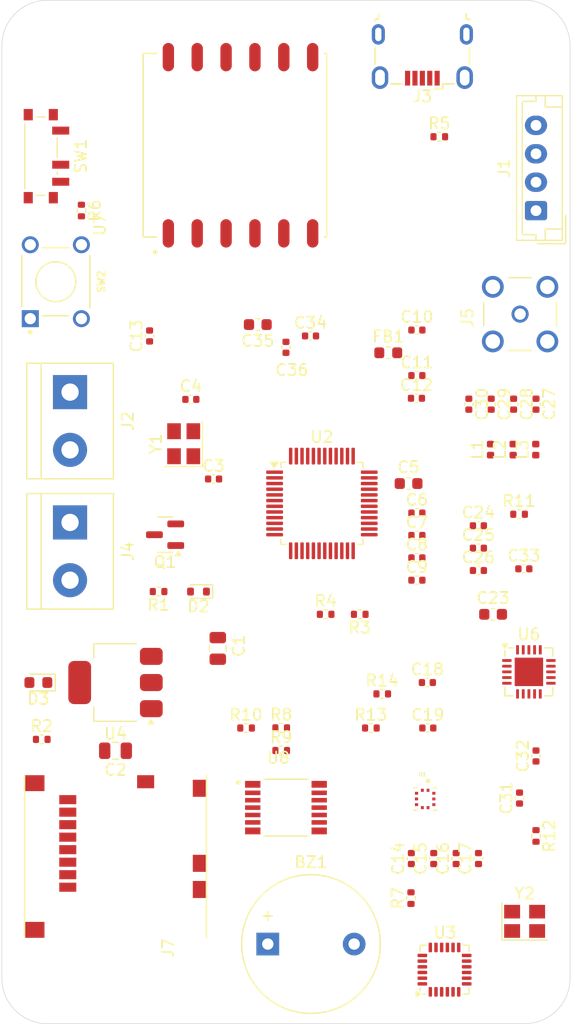
<source format=kicad_pcb>
(kicad_pcb (version 20240108) (generator "pcbnew") (generator_version "8.0")
  (layers (0 "F.Cu" signal) (31 "B.Cu" signal) (34 "B.Paste" user) (35 "F.Paste" user) (36 "B.SilkS" user "B.Silkscreen") (37 "F.SilkS" user "F.Silkscreen") (38 "B.Mask" user) (39 "F.Mask" user) (44 "Edge.Cuts" user))
  (net 0 "")
  (net 1 "Net-(BZ1--)")
  (net 2 "BUZZER")
  (net 3 "GND")
  (net 4 "VDC")
  (net 5 "+3.3V")
  (net 6 "HSE_IN")
  (net 7 "HSE_OUT")
  (net 8 "+3.3VA")
  (net 9 "Net-(C12-Pad1)")
  (net 10 "NRST")
  (net 11 "Net-(U3-REGOUT)")
  (net 12 "Net-(U3-CPOUT)")
  (net 13 "Net-(C23-Pad2)")
  (net 14 "+3V3")
  (net 15 "VDD_PA")
  (net 16 "Net-(C29-Pad2)")
  (net 17 "RF_XC2")
  (net 18 "RF_XC1")
  (net 19 "Net-(U6-DVDD)")
  (net 20 "Net-(D2-A)")
  (net 21 "Net-(D3-A)")
  (net 22 "SWDIO")
  (net 24 "SWCLK")
  (net 25 "Net-(C29-Pad1)")
  (net 26 "PWM_OUTPUT")
  (net 27 "USB_D-")
  (net 33 "USB_D+")
  (net 34 "VBUS")
  (net 35 "Net-(J4-Pin_2)")
  (net 36 "ANT1")
  (net 37 "ANT2")
  (net 38 "I2C2_SDA1")
  (net 39 "I2C2_SCL1")
  (net 40 "BOOT0")
  (net 41 "Net-(SW1-B)")
  (net 42 "Net-(R8-Pad1)")
  (net 43 "SPI1_CS")
  (net 44 "SPI1_MISO")
  (net 45 "Net-(R9-Pad1)")
  (net 46 "Net-(R10-Pad1)")
  (net 47 "SPI1_SCK")
  (net 48 "Net-(U6-IREF)")
  (net 51 "USART1_TX")
  (net 54 "RF_IQR")
  (net 56 "SPI1_CD")
  (net 59 "SPI2_CS")
  (net 62 "RF_CE")
  (net 64 "SPI1_MOSI")
  (net 66 "SPI2_MOSI")
  (net 69 "SPI2_SCK")
  (net 71 "SPI2_MISO")
  (net 74 "USART1_RX")
  (net 96 "Net-(J7-CD{slash}DAT3)")
  (net 98 "Net-(J7-CMD)")
  (net 99 "Net-(J7-CLK)")
  (footprint "Diode_SMD:D_SOD-523" (layer "F.Cu") (at 121.3 101 180)
    (property "Reference" "D2" (at 0 -1.3 180) (layer "F.SilkS"))
    (property "Value" "D_Schottky_Small")
    (pad "1" smd roundrect (at -0.7 0) (size 0.6 0.7) (layers "F.Cu" "F.Paste" "F.Mask") (net 4 "VDC"))
    (pad "2" smd roundrect (at 0.7 0) (size 0.6 0.7) (layers "F.Cu" "F.Paste" "F.Mask") (net 20 "Net-(D2-A)"))
  )
  (footprint "Capacitor_SMD:C_0805_2012Metric" (layer "F.Cu") (at 123 106 -90)
    (property "Reference" "C1" (at -0.22 -1.85 90) (layer "F.SilkS"))
    (property "Value" "22u")
    (pad "1" smd roundrect (at -0.95 0 270) (size 1 1.45) (layers "F.Cu" "F.Paste" "F.Mask") (net 4 "VDC"))
    (pad "2" smd roundrect (at 0.95 0 270) (size 1 1.45) (layers "F.Cu" "F.Paste" "F.Mask") (net 3 "GND"))
  )
  (footprint "Resistor_SMD:R_0402_1005Metric" (layer "F.Cu") (at 149.51 94.2)
    (property "Reference" "R11" (at 0 -1.17 0) (layer "F.SilkS"))
    (property "Value" "22k")
    (pad "1" smd roundrect (at -0.51 0) (size 0.54 0.64) (layers "F.Cu" "F.Paste" "F.Mask") (net 48 "Net-(U6-IREF)"))
    (pad "2" smd roundrect (at 0.51 0) (size 0.54 0.64) (layers "F.Cu" "F.Paste" "F.Mask") (net 3 "GND"))
  )
  (footprint "Inductor_SMD:L_0402_1005Metric" (layer "F.Cu") (at 148.99 88.515 90)
    (property "Reference" "L2" (at 0 -1.17 -90) (layer "F.SilkS"))
    (property "Value" "3n9")
    (pad "1" smd roundrect (at -0.485 0 90) (size 0.59 0.64) (layers "F.Cu" "F.Paste" "F.Mask") (net 37 "ANT2"))
    (pad "2" smd roundrect (at 0.485 0 90) (size 0.59 0.64) (layers "F.Cu" "F.Paste" "F.Mask") (net 16 "Net-(C29-Pad2)"))
  )
  (footprint "Capacitor_SMD:C_0805_2012Metric" (layer "F.Cu") (at 114 115 180)
    (property "Reference" "C2" (at 0 -1.68 180) (layer "F.SilkS"))
    (property "Value" "22u")
    (pad "1" smd roundrect (at -0.95 0 180) (size 1 1.45) (layers "F.Cu" "F.Paste" "F.Mask") (net 5 "+3.3V"))
    (pad "2" smd roundrect (at 0.95 0 180) (size 1 1.45) (layers "F.Cu" "F.Paste" "F.Mask") (net 3 "GND"))
  )
  (footprint "Capacitor_SMD:C_0402_1005Metric" (layer "F.Cu") (at 140.52 94.09)
    (property "Reference" "C6" (at 0 -1.16 0) (layer "F.SilkS"))
    (property "Value" "100n")
    (pad "1" smd roundrect (at -0.48 0) (size 0.56 0.62) (layers "F.Cu" "F.Paste" "F.Mask") (net 5 "+3.3V"))
    (pad "2" smd roundrect (at 0.48 0) (size 0.56 0.62) (layers "F.Cu" "F.Paste" "F.Mask") (net 3 "GND"))
  )
  (footprint "Resistor_SMD:R_0402_1005Metric" (layer "F.Cu") (at 117.79 101 180)
    (property "Reference" "R1" (at 0 -1.17 180) (layer "F.SilkS"))
    (property "Value" "100k")
    (pad "1" smd roundrect (at -0.51 0 180) (size 0.54 0.64) (layers "F.Cu" "F.Paste" "F.Mask") (net 20 "Net-(D2-A)"))
    (pad "2" smd roundrect (at 0.51 0 180) (size 0.54 0.64) (layers "F.Cu" "F.Paste" "F.Mask") (net 3 "GND"))
  )
  (footprint "Resistor_SMD:R_0402_1005Metric" (layer "F.Cu") (at 125.49 113)
    (property "Reference" "R10" (at 0 -1.17 0) (layer "F.SilkS"))
    (property "Value" "4k7")
    (pad "1" smd roundrect (at -0.51 0) (size 0.54 0.64) (layers "F.Cu" "F.Paste" "F.Mask") (net 46 "Net-(R10-Pad1)"))
    (pad "2" smd roundrect (at 0.51 0) (size 0.54 0.64) (layers "F.Cu" "F.Paste" "F.Mask") (net 43 "SPI1_CS"))
  )
  (footprint "Button_Switch_SMD:SW_SPDT_PCM12" (layer "F.Cu") (at 107.75 62.71 -90)
    (property "Reference" "SW1" (at 0 -3.2 90) (layer "F.SilkS"))
    (property "Value" "SW_SPDT")
    (pad "" smd rect (at -3.65 -0.78 270) (size 1 0.8) (layers "F.Cu" "F.Paste" "F.Mask"))
    (pad "" smd rect (at -3.65 1.43 270) (size 1 0.8) (layers "F.Cu" "F.Paste" "F.Mask"))
    (pad "" np_thru_hole circle (at -1.5 0.33 270) (size 0.9 0.9) (drill 0.9) (layers "*.Cu" "*.Mask"))
    (pad "" np_thru_hole circle (at 1.5 0.33 270) (size 0.9 0.9) (drill 0.9) (layers "*.Cu" "*.Mask"))
    (pad "" smd rect (at 3.65 -0.78 270) (size 1 0.8) (layers "F.Cu" "F.Paste" "F.Mask"))
    (pad "" smd rect (at 3.65 1.43 270) (size 1 0.8) (layers "F.Cu" "F.Paste" "F.Mask"))
    (pad "1" smd rect (at -2.25 -1.43 270) (size 0.7 1.5) (layers "F.Cu" "F.Paste" "F.Mask") (net 3 "GND"))
    (pad "2" smd rect (at 0.75 -1.43 270) (size 0.7 1.5) (layers "F.Cu" "F.Paste" "F.Mask") (net 41 "Net-(SW1-B)"))
    (pad "3" smd rect (at 2.25 -1.43 270) (size 0.7 1.5) (layers "F.Cu" "F.Paste" "F.Mask") (net 5 "+3.3V"))
  )
  (footprint "Capacitor_SMD:C_0402_1005Metric" (layer "F.Cu") (at 149.55 119.16 90)
    (property "Reference" "C31" (at 0 -1.16 -90) (layer "F.SilkS"))
    (property "Value" "22p")
    (pad "1" smd roundrect (at -0.48 0 90) (size 0.56 0.62) (layers "F.Cu" "F.Paste" "F.Mask") (net 17 "RF_XC2"))
    (pad "2" smd roundrect (at 0.48 0 90) (size 0.56 0.62) (layers "F.Cu" "F.Paste" "F.Mask") (net 3 "GND"))
  )
  (footprint "Capacitor_SMD:C_0402_1005Metric" (layer "F.Cu") (at 151 84.52 -90)
    (property "Reference" "C27" (at 0 -1.16 90) (layer "F.SilkS"))
    (property "Value" "2n2")
    (pad "1" smd roundrect (at -0.48 0 270) (size 0.56 0.62) (layers "F.Cu" "F.Paste" "F.Mask") (net 3 "GND"))
    (pad "2" smd roundrect (at 0.48 0 270) (size 0.56 0.62) (layers "F.Cu" "F.Paste" "F.Mask") (net 15 "VDD_PA"))
  )
  (footprint "Capacitor_SMD:C_0402_1005Metric" (layer "F.Cu") (at 140.52 82)
    (property "Reference" "C11" (at 0 -1.16 0) (layer "F.SilkS"))
    (property "Value" "1u")
    (pad "1" smd roundrect (at -0.48 0) (size 0.56 0.62) (layers "F.Cu" "F.Paste" "F.Mask") (net 8 "+3.3VA"))
    (pad "2" smd roundrect (at 0.48 0) (size 0.56 0.62) (layers "F.Cu" "F.Paste" "F.Mask") (net 3 "GND"))
  )
  (footprint "Capacitor_SMD:C_0402_1005Metric" (layer "F.Cu") (at 147.06 84.52 -90)
    (property "Reference" "C29" (at 0 -1.16 90) (layer "F.SilkS"))
    (property "Value" "1p5")
    (pad "1" smd roundrect (at -0.48 0 270) (size 0.56 0.62) (layers "F.Cu" "F.Paste" "F.Mask") (net 25 "Net-(C29-Pad1)"))
    (pad "2" smd roundrect (at 0.48 0 270) (size 0.56 0.62) (layers "F.Cu" "F.Paste" "F.Mask") (net 16 "Net-(C29-Pad2)"))
  )
  (footprint "Capacitor_SMD:C_0402_1005Metric" (layer "F.Cu") (at 142 124.48 90)
    (property "Reference" "C15" (at 0 -1.16 -90) (layer "F.SilkS"))
    (property "Value" "2n2")
    (pad "1" smd roundrect (at -0.48 0 90) (size 0.56 0.62) (layers "F.Cu" "F.Paste" "F.Mask") (net 12 "Net-(U3-CPOUT)"))
    (pad "2" smd roundrect (at 0.48 0 90) (size 0.56 0.62) (layers "F.Cu" "F.Paste" "F.Mask") (net 3 "GND"))
  )
  (footprint "Capacitor_SMD:C_0402_1005Metric" (layer "F.Cu") (at 117 78.52 90)
    (property "Reference" "C13" (at 0 -1.16 -90) (layer "F.SilkS"))
    (property "Value" "100n")
    (pad "1" smd roundrect (at -0.48 0 90) (size 0.56 0.62) (layers "F.Cu" "F.Paste" "F.Mask") (net 10 "NRST"))
    (pad "2" smd roundrect (at 0.48 0 90) (size 0.56 0.62) (layers "F.Cu" "F.Paste" "F.Mask") (net 3 "GND"))
  )
  (footprint "MountingHole:MountingHole_2.2mm_M2" (layer "F.Cu") (at 150 53)
    (property "Reference" "H2" (hide yes))
    (property "Value" "MountingHole" (hide yes))
    (pad "" np_thru_hole circle (at 0 0) (size 2.2 2.2) (drill 2.2) (layers "*.Cu" "*.Mask"))
  )
  (footprint "Capacitor_SMD:C_0402_1005Metric" (layer "F.Cu") (at 140.03 124.48 90)
    (property "Reference" "C14" (at 0 -1.16 -90) (layer "F.SilkS"))
    (property "Value" "100n")
    (pad "1" smd roundrect (at -0.48 0 90) (size 0.56 0.62) (layers "F.Cu" "F.Paste" "F.Mask") (net 11 "Net-(U3-REGOUT)"))
    (pad "2" smd roundrect (at 0.48 0 90) (size 0.56 0.62) (layers "F.Cu" "F.Paste" "F.Mask") (net 3 "GND"))
  )
  (footprint "Capacitor_SMD:C_0402_1005Metric" (layer "F.Cu") (at 140.48 84)
    (property "Reference" "C12" (at 0 -1.16 0) (layer "F.SilkS"))
    (property "Value" "1u")
    (pad "1" smd roundrect (at -0.48 0) (size 0.56 0.62) (layers "F.Cu" "F.Paste" "F.Mask") (net 9 "Net-(C12-Pad1)"))
    (pad "2" smd roundrect (at 0.48 0) (size 0.56 0.62) (layers "F.Cu" "F.Paste" "F.Mask") (net 3 "GND"))
  )
  (footprint "Capacitor_SMD:C_0603_1608Metric" (layer "F.Cu") (at 126.52 77.52 180)
    (property "Reference" "C35" (at 0 -1.43 180) (layer "F.SilkS"))
    (property "Value" "10u")
    (pad "1" smd roundrect (at -0.775 0 180) (size 0.9 0.95) (layers "F.Cu" "F.Paste" "F.Mask") (net 5 "+3.3V"))
    (pad "2" smd roundrect (at 0.775 0 180) (size 0.9 0.95) (layers "F.Cu" "F.Paste" "F.Mask") (net 3 "GND"))
  )
  (footprint "Buzzer_Beeper:Buzzer_12x9.5RM7.6" (layer "F.Cu") (at 127.4 132)
    (property "Reference" "BZ1" (at 3.8 -7.2 0) (layer "F.SilkS"))
    (property "Value" "Buzzer")
    (fp_text user "+" (at -0.01 -2.54 0) (layer "F.SilkS"))
    (pad "1" thru_hole rect (at 0 0) (size 2 2) (drill 1) (layers "*.Cu" "*.Mask") (net 2 "BUZZER"))
    (pad "2" thru_hole circle (at 7.6 0) (size 2 2) (drill 1) (layers "*.Cu" "*.Mask") (net 1 "Net-(BZ1--)"))
  )
  (footprint "Capacitor_SMD:C_0402_1005Metric" (layer "F.Cu") (at 149.93 99)
    (property "Reference" "C33" (at 0 -1.16 0) (layer "F.SilkS"))
    (property "Value" "33n")
    (pad "1" smd roundrect (at -0.48 0) (size 0.56 0.62) (layers "F.Cu" "F.Paste" "F.Mask") (net 19 "Net-(U6-DVDD)"))
    (pad "2" smd roundrect (at 0.48 0) (size 0.56 0.62) (layers "F.Cu" "F.Paste" "F.Mask") (net 3 "GND"))
  )
  (footprint "Resistor_SMD:R_0402_1005Metric" (layer "F.Cu") (at 107.51 114)
    (property "Reference" "R2" (at 0 -1.17 0) (layer "F.SilkS"))
    (property "Value" "100k")
    (pad "1" smd roundrect (at -0.51 0) (size 0.54 0.64) (layers "F.Cu" "F.Paste" "F.Mask") (net 21 "Net-(D3-A)"))
    (pad "2" smd roundrect (at 0.51 0) (size 0.54 0.64) (layers "F.Cu" "F.Paste" "F.Mask") (net 3 "GND"))
  )
  (footprint "Capacitor_SMD:C_0402_1005Metric" (layer "F.Cu") (at 141.44 109)
    (property "Reference" "C18" (at 0 -1.16 0) (layer "F.SilkS"))
    (property "Value" "100n")
    (pad "1" smd roundrect (at -0.48 0) (size 0.56 0.62) (layers "F.Cu" "F.Paste" "F.Mask") (net 5 "+3.3V"))
    (pad "2" smd roundrect (at 0.48 0) (size 0.56 0.62) (layers "F.Cu" "F.Paste" "F.Mask") (net 3 "GND"))
  )
  (footprint "74LVC125APW_118:IC_74LVC125APW_118" (layer "F.Cu") (at 129 120)
    (property "Reference" "U8" (at -0.675 -4.385 0) (layer "F.SilkS"))
    (property "Value" "74LVC125")
    (pad "1" smd rect (at -2.925 -2.05) (size 1.35 0.6) (layers "F.Cu" "F.Mask") (net 3 "GND"))
    (pad "2" smd rect (at -2.925 -1.3) (size 1.35 0.4) (layers "F.Cu" "F.Mask") (net 42 "Net-(R8-Pad1)"))
    (pad "3" smd rect (at -2.925 -0.65) (size 1.35 0.4) (layers "F.Cu" "F.Mask") (net 99 "Net-(J7-CLK)"))
    (pad "4" smd rect (at -2.925 0) (size 1.35 0.4) (layers "F.Cu" "F.Mask") (net 3 "GND"))
    (pad "5" smd rect (at -2.925 0.65) (size 1.35 0.4) (layers "F.Cu" "F.Mask") (net 45 "Net-(R9-Pad1)"))
    (pad "6" smd rect (at -2.925 1.3) (size 1.35 0.4) (layers "F.Cu" "F.Mask") (net 98 "Net-(J7-CMD)"))
    (pad "7" smd rect (at -2.925 2.05) (size 1.35 0.6) (layers "F.Cu" "F.Mask") (net 3 "GND"))
    (pad "8" smd rect (at 2.925 2.05) (size 1.35 0.6) (layers "F.Cu" "F.Mask") (net 96 "Net-(J7-CD{slash}DAT3)"))
    (pad "9" smd rect (at 2.925 1.3) (size 1.35 0.4) (layers "F.Cu" "F.Mask") (net 46 "Net-(R10-Pad1)"))
    (pad "10" smd rect (at 2.925 0.65) (size 1.35 0.4) (layers "F.Cu" "F.Mask") (net 3 "GND"))
    (pad "11" smd rect (at 2.925 0) (size 1.35 0.4) (layers "F.Cu" "F.Mask"))
    (pad "12" smd rect (at 2.925 -0.65) (size 1.35 0.4) (layers "F.Cu" "F.Mask") (net 3 "GND"))
    (pad "13" smd rect (at 2.925 -1.3) (size 1.35 0.4) (layers "F.Cu" "F.Mask") (net 3 "GND"))
    (pad "14" smd rect (at 2.925 -2.05) (size 1.35 0.6) (layers "F.Cu" "F.Mask") (net 14 "+3V3"))
  )
  (footprint "SMA_CONNECTOR:LPRS_SMA_CONNECTOR" (layer "F.Cu") (at 149.6 76.6 90)
    (property "Reference" "J5" (at -0.325 -4.635 -90) (layer "F.SilkS"))
    (property "Value" "SMA_CONNECTOR")
    (pad "1" thru_hole circle (at 0 0 90) (size 1.508 1.508) (drill 1) (layers "*.Cu" "*.Mask") (net 25 "Net-(C29-Pad1)"))
    (pad "G1" thru_hole circle (at -2.4 -2.4 90) (size 1.92 1.92) (drill 1.28) (layers "*.Cu" "*.Mask") (net 3 "GND"))
    (pad "G2" thru_hole circle (at -2.4 2.4 90) (size 1.92 1.92) (drill 1.28) (layers "*.Cu" "*.Mask") (net 3 "GND"))
    (pad "G3" thru_hole circle (at 2.4 2.4 90) (size 1.92 1.92) (drill 1.28) (layers "*.Cu" "*.Mask") (net 3 "GND"))
    (pad "G4" thru_hole circle (at 2.4 -2.4 90) (size 1.92 1.92) (drill 1.28) (layers "*.Cu" "*.Mask") (net 3 "GND"))
  )
  (footprint "Capacitor_SMD:C_0402_1005Metric" (layer "F.Cu") (at 129 79.52 -90)
    (property "Reference" "C36" (at 2 -0.52 180) (layer "F.SilkS"))
    (property "Value" "100n")
    (pad "1" smd roundrect (at -0.48 0 270) (size 0.56 0.62) (layers "F.Cu" "F.Paste" "F.Mask") (net 5 "+3.3V"))
    (pad "2" smd roundrect (at 0.48 0 270) (size 0.56 0.62) (layers "F.Cu" "F.Paste" "F.Mask") (net 3 "GND"))
  )
  (footprint "Capacitor_SMD:C_0402_1005Metric" (layer "F.Cu") (at 131.1625 78.52)
    (property "Reference" "C34" (at 0 -1.16 0) (layer "F.SilkS"))
    (property "Value" "100n")
    (pad "1" smd roundrect (at -0.48 0) (size 0.56 0.62) (layers "F.Cu" "F.Paste" "F.Mask") (net 5 "+3.3V"))
    (pad "2" smd roundrect (at 0.48 0) (size 0.56 0.62) (layers "F.Cu" "F.Paste" "F.Mask") (net 3 "GND"))
  )
  (footprint "Package_TO_SOT_SMD:SOT-23" (layer "F.Cu") (at 118.3625 96 180)
    (property "Reference" "Q1" (at 0 -2.4 180) (layer "F.SilkS"))
    (property "Value" "Si2319CDS")
    (pad "1" smd roundrect (at -0.9375 -0.95 180) (size 1.475 0.6) (layers "F.Cu" "F.Paste" "F.Mask") (net 20 "Net-(D2-A)"))
    (pad "2" smd roundrect (at -0.9375 0.95 180) (size 1.475 0.6) (layers "F.Cu" "F.Paste" "F.Mask") (net 4 "VDC"))
    (pad "3" smd roundrect (at 0.9375 0 180) (size 1.475 0.6) (layers "F.Cu" "F.Paste" "F.Mask") (net 35 "Net-(J4-Pin_2)"))
  )
  (footprint "Capacitor_SMD:C_0402_1005Metric" (layer "F.Cu") (at 140.52 78)
    (property "Reference" "C10" (at 0 -1.16 0) (layer "F.SilkS"))
    (property "Value" "10n")
    (pad "1" smd roundrect (at -0.48 0) (size 0.56 0.62) (layers "F.Cu" "F.Paste" "F.Mask") (net 8 "+3.3VA"))
    (pad "2" smd roundrect (at 0.48 0) (size 0.56 0.62) (layers "F.Cu" "F.Paste" "F.Mask") (net 3 "GND"))
  )
  (footprint "Capacitor_SMD:C_0402_1005Metric" (layer "F.Cu") (at 145.09 84.52 -90)
    (property "Reference" "C30" (at 0 -1.16 90) (layer "F.SilkS"))
    (property "Value" "1p")
    (pad "1" smd roundrect (at -0.48 0 270) (size 0.56 0.62) (layers "F.Cu" "F.Paste" "F.Mask") (net 3 "GND"))
    (pad "2" smd roundrect (at 0.48 0 270) (size 0.56 0.62) (layers "F.Cu" "F.Paste" "F.Mask") (net 25 "Net-(C29-Pad1)"))
  )
  (footprint "Package_DFN_QFN:QFN-20-1EP_4x4mm_P0.5mm_EP2.5x2.5mm" (layer "F.Cu") (at 150.375 108.0625)
    (property "Reference" "U6" (at 0 -3.3 0) (layer "F.SilkS"))
    (property "Value" "NRF24L01")
    (pad "1" smd roundrect (at -1.9375 -1) (size 0.825 0.25) (layers "F.Cu" "F.Paste" "F.Mask") (net 62 "RF_CE"))
    (pad "2" smd roundrect (at -1.9375 -0.5) (size 0.825 0.25) (layers "F.Cu" "F.Paste" "F.Mask") (net 59 "SPI2_CS"))
    (pad "3" smd roundrect (at -1.9375 0) (size 0.825 0.25) (layers "F.Cu" "F.Paste" "F.Mask") (net 69 "SPI2_SCK"))
    (pad "4" smd roundrect (at -1.9375 0.5) (size 0.825 0.25) (layers "F.Cu" "F.Paste" "F.Mask") (net 66 "SPI2_MOSI"))
    (pad "5" smd roundrect (at -1.9375 1) (size 0.825 0.25) (layers "F.Cu" "F.Paste" "F.Mask") (net 71 "SPI2_MISO"))
    (pad "6" smd roundrect (at -1 1.9375) (size 0.25 0.825) (layers "F.Cu" "F.Paste" "F.Mask") (net 54 "RF_IQR"))
    (pad "7" smd roundrect (at -0.5 1.9375) (size 0.25 0.825) (layers "F.Cu" "F.Paste" "F.Mask") (net 13 "Net-(C23-Pad2)"))
    (pad "8" smd roundrect (at 0 1.9375) (size 0.25 0.825) (layers "F.Cu" "F.Paste" "F.Mask") (net 3 "GND"))
    (pad "9" smd roundrect (at 0.5 1.9375) (size 0.25 0.825) (layers "F.Cu" "F.Paste" "F.Mask") (net 17 "RF_XC2"))
    (pad "10" smd roundrect (at 1 1.9375) (size 0.25 0.825) (layers "F.Cu" "F.Paste" "F.Mask") (net 18 "RF_XC1"))
    (pad "11" smd roundrect (at 1.9375 1) (size 0.825 0.25) (layers "F.Cu" "F.Paste" "F.Mask") (net 15 "VDD_PA"))
    (pad "12" smd roundrect (at 1.9375 0.5) (size 0.825 0.25) (layers "F.Cu" "F.Paste" "F.Mask") (net 36 "ANT1"))
    (pad "13" smd roundrect (at 1.9375 0) (size 0.825 0.25) (layers "F.Cu" "F.Paste" "F.Mask") (net 37 "ANT2"))
    (pad "14" smd roundrect (at 1.9375 -0.5) (size 0.825 0.25) (layers "F.Cu" "F.Paste" "F.Mask") (net 3 "GND"))
    (pad "15" smd roundrect (at 1.9375 -1) (size 0.825 0.25) (layers "F.Cu" "F.Paste" "F.Mask") (net 13 "Net-(C23-Pad2)"))
    (pad "16" smd roundrect (at 1 -1.9375) (size 0.25 0.825) (layers "F.Cu" "F.Paste" "F.Mask") (net 48 "Net-(U6-IREF)"))
    (pad "17" smd roundrect (at 0.5 -1.9375) (size 0.25 0.825) (layers "F.Cu" "F.Paste" "F.Mask") (net 3 "GND"))
    (pad "18" smd roundrect (at 0 -1.9375) (size 0.25 0.825) (layers "F.Cu" "F.Paste" "F.Mask") (net 13 "Net-(C23-Pad2)"))
    (pad "19" smd roundrect (at -0.5 -1.9375) (size 0.25 0.825) (layers "F.Cu" "F.Paste" "F.Mask") (net 19 "Net-(U6-DVDD)"))
    (pad "20" smd roundrect (at -1 -1.9375) (size 0.25 0.825) (layers "F.Cu" "F.Paste" "F.Mask") (net 3 "GND"))
    (pad "21" smd rect (at 0 0) (size 2.5 2.5) (property pad_prop_heatsink) (layers "F.Cu" "F.Mask"))
  )
  (footprint "Connector_USB:USB_Micro-B_Wuerth_629105150521" (layer "F.Cu") (at 141 53.95 180)
    (property "Reference" "J3" (at 0 -3.5 180) (layer "F.SilkS"))
    (property "Value" "USB_B_Micro")
    (pad "" np_thru_hole oval (at -2.5 -0.8 180) (size 0.8 0.8) (drill 0.8) (layers "*.Cu" "*.Mask"))
    (pad "" np_thru_hole oval (at 2.5 -0.8 180) (size 0.8 0.8) (drill 0.8) (layers "*.Cu" "*.Mask"))
    (pad "1" smd rect (at -1.3 -1.9 180) (size 0.45 1.3) (layers "F.Cu" "F.Paste" "F.Mask") (net 34 "VBUS"))
    (pad "2" smd rect (at -0.65 -1.9 180) (size 0.45 1.3) (layers "F.Cu" "F.Paste" "F.Mask") (net 27 "USB_D-"))
    (pad "3" smd rect (at 0 -1.9 180) (size 0.45 1.3) (layers "F.Cu" "F.Paste" "F.Mask") (net 33 "USB_D+"))
    (pad "4" smd rect (at 0.65 -1.9 180) (size 0.45 1.3) (layers "F.Cu" "F.Paste" "F.Mask"))
    (pad "5" smd rect (at 1.3 -1.9 180) (size 0.45 1.3) (layers "F.Cu" "F.Paste" "F.Mask") (net 3 "GND"))
    (pad "6" thru_hole oval (at -3.875 1.95 180) (size 1.15 1.8) (drill oval 0.55 1.2) (layers "*.Cu" "*.Mask"))
    (pad "6" thru_hole oval (at -3.725 -1.85 180) (size 1.45 2) (drill oval 0.85 1.4) (layers "*.Cu" "*.Mask"))
    (pad "6" thru_hole oval (at 3.725 -1.85 180) (size 1.45 2) (drill oval 0.85 1.4) (layers "*.Cu" "*.Mask"))
    (pad "6" thru_hole oval (at 3.875 1.95 180) (size 1.15 1.8) (drill oval 0.55 1.2) (layers "*.Cu" "*.Mask"))
  )
  (footprint "Connector_JST:JST_EH_B4B-EH-A_1x04_P2.50mm_Vertical" (layer "F.Cu") (at 151 67.5 90)
    (property "Reference" "J1" (at 3.75 -2.8 -90) (layer "F.SilkS"))
    (property "Value" "Conn_01x04_Pin")
    (pad "1" thru_hole roundrect (at 0 0 90) (size 1.7 1.95) (drill 0.95) (layers "*.Cu" "*.Mask") (roundrect_rratio 0.147059) (net 5 "+3.3V"))
    (pad "2" thru_hole oval (at 2.5 0 90) (size 1.7 1.95) (drill 0.95) (layers "*.Cu" "*.Mask") (net 22 "SWDIO"))
    (pad "3" thru_hole oval (at 5 0 90) (size 1.7 1.95) (drill 0.95) (layers "*.Cu" "*.Mask") (net 24 "SWCLK"))
    (pad "4" thru_hole oval (at 7.5 0 90) (size 1.7 1.95) (drill 0.95) (layers "*.Cu" "*.Mask") (net 3 "GND"))
  )
  (footprint "1825910-6:SW_1825910-6-4" (layer "F.Cu") (at 108.75 73.75 90)
    (property "Reference" "SW2" (at 0 4 -90) (layer "F.SilkS") (effects (font (size 0.630643 0.630643))))
    (property "Value" "SW_SPST")
    (pad "1" thru_hole rect (at -3.25 -2.25 90) (size 1.498 1.498) (drill 0.99) (layers "*.Cu" "*.Mask") (net 3 "GND"))
    (pad "2" thru_hole circle (at 3.25 -2.25 90) (size 1.498 1.498) (drill 0.99) (layers "*.Cu" "*.Mask") (net 3 "GND"))
    (pad "3" thru_hole circle (at -3.25 2.25 90) (size 1.498 1.498) (drill 0.99) (layers "*.Cu" "*.Mask") (net 10 "NRST"))
    (pad "4" thru_hole circle (at 3.25 2.25 90) (size 1.498 1.498) (drill 0.99) (layers "*.Cu" "*.Mask") (net 10 "NRST"))
  )
  (footprint "Capacitor_SMD:C_0402_1005Metric" (layer "F.Cu") (at 143.97 124.48 90)
    (property "Reference" "C16" (at 0 -1.16 -90) (layer "F.SilkS"))
    (property "Value" "100n")
    (pad "1" smd roundrect (at -0.48 0 90) (size 0.56 0.62) (layers "F.Cu" "F.Paste" "F.Mask") (net 5 "+3.3V"))
    (pad "2" smd roundrect (at 0.48 0 90) (size 0.56 0.62) (layers "F.Cu" "F.Paste" "F.Mask") (net 3 "GND"))
  )
  (footprint "TerminalBlock:TerminalBlock_bornier-2_P5.08mm" (layer "F.Cu") (at 110 94.92 -90)
    (property "Reference" "J4" (at 2.54 -5.08 90) (layer "F.SilkS"))
    (property "Value" "Screw_Terminal_01x02")
    (pad "1" thru_hole rect (at 0 0 270) (size 3 3) (drill 1.52) (layers "*.Cu" "*.Mask") (net 3 "GND"))
    (pad "2" thru_hole circle (at 5.08 0 270) (size 3 3) (drill 1.52) (layers "*.Cu" "*.Mask") (net 35 "Net-(J4-Pin_2)"))
  )
  (footprint "Capacitor_SMD:C_0402_1005Metric" (layer "F.Cu") (at 145.93 95.21)
    (property "Reference" "C24" (at 0 -1.16 0) (layer "F.SilkS"))
    (property "Value" "10n")
    (pad "1" smd roundrect (at -0.48 0) (size 0.56 0.62) (layers "F.Cu" "F.Paste" "F.Mask") (net 14 "+3V3"))
    (pad "2" smd roundrect (at 0.48 0) (size 0.56 0.62) (layers "F.Cu" "F.Paste" "F.Mask") (net 13 "Net-(C23-Pad2)"))
  )
  (footprint "MountingHole:MountingHole_2.2mm_M2" (layer "F.Cu") (at 150 135.171573)
    (property "Reference" "H4" (hide yes))
    (property "Value" "MountingHole" (hide yes))
    (pad "" np_thru_hole circle (at 0 0) (size 2.2 2.2) (drill 2.2) (layers "*.Cu" "*.Mask"))
  )
  (footprint "Capacitor_SMD:C_0603_1608Metric" (layer "F.Cu") (at 139.7875 91.5)
    (property "Reference" "C5" (at 0 -1.43 0) (layer "F.SilkS"))
    (property "Value" "10u")
    (pad "1" smd roundrect (at -0.775 0) (size 0.9 0.95) (layers "F.Cu" "F.Paste" "F.Mask") (net 5 "+3.3V"))
    (pad "2" smd roundrect (at 0.775 0) (size 0.9 0.95) (layers "F.Cu" "F.Paste" "F.Mask") (net 3 "GND"))
  )
  (footprint "Resistor_SMD:R_0402_1005Metric" (layer "F.Cu") (at 137.47 110)
    (property "Reference" "R14" (at 0 -1.17 0) (layer "F.SilkS"))
    (property "Value" "4k7")
    (pad "1" smd roundrect (at -0.51 0) (size 0.54 0.64) (layers "F.Cu" "F.Paste" "F.Mask") (net 5 "+3.3V"))
    (pad "2" smd roundrect (at 0.51 0) (size 0.54 0.64) (layers "F.Cu" "F.Paste" "F.Mask") (net 38 "I2C2_SDA1"))
  )
  (footprint "Capacitor_SMD:C_0402_1005Metric" (layer "F.Cu") (at 140.52 100)
    (property "Reference" "C9" (at 0 -1.16 0) (layer "F.SilkS"))
    (property "Value" "100n")
    (pad "1" smd roundrect (at -0.48 0) (size 0.56 0.62) (layers "F.Cu" "F.Paste" "F.Mask") (net 5 "+3.3V"))
    (pad "2" smd roundrect (at 0.48 0) (size 0.56 0.62) (layers "F.Cu" "F.Paste" "F.Mask") (net 3 "GND"))
  )
  (footprint "BMP390L:XDCR_BMP390L" (layer "F.Cu") (at 141.25 119.2375)
    (property "Reference" "U1" (at -0.234 -2.1532 0) (layer "F.SilkS") (effects (font (size 0.32 0.32) (thickness 0.08))))
    (property "Value" "BMP390L")
    (pad "1" smd rect (at 0.25 -0.7625) (size 0.25 0.275) (layers "F.Cu" "F.Paste" "F.Mask") (net 5 "+3.3V"))
    (pad "2" smd rect (at -0.25 -0.7625) (size 0.25 0.275) (layers "F.Cu" "F.Paste" "F.Mask") (net 39 "I2C2_SCL1"))
    (pad "3" smd rect (at -0.7625 -0.5) (size 0.275 0.25) (layers "F.Cu" "F.Paste" "F.Mask") (net 3 "GND"))
    (pad "4" smd rect (at -0.7625 0) (size 0.275 0.25) (layers "F.Cu" "F.Paste" "F.Mask") (net 38 "I2C2_SDA1"))
    (pad "5" smd rect (at -0.7625 0.5) (size 0.275 0.25) (layers "F.Cu" "F.Paste" "F.Mask") (net 3 "GND"))
    (pad "6" smd rect (at -0.25 0.7625) (size 0.25 0.275) (layers "F.Cu" "F.Paste" "F.Mask"))
    (pad "7" smd rect (at 0.25 0.7625) (size 0.25 0.275) (layers "F.Cu" "F.Paste" "F.Mask"))
    (pad "8" smd rect (at 0.7625 0.5) (size 0.275 0.25) (layers "F.Cu" "F.Paste" "F.Mask") (net 3 "GND"))
    (pad "9" smd rect (at 0.7625 0) (size 0.275 0.25) (layers "F.Cu" "F.Paste" "F.Mask") (net 3 "GND"))
    (pad "10" smd rect (at 0.7625 -0.5) (size 0.275 0.25) (layers "F.Cu" "F.Paste" "F.Mask") (net 5 "+3.3V"))
  )
  (footprint "MountingHole:MountingHole_2.2mm_M2" (layer "F.Cu") (at 108 135)
    (property "Reference" "H1" (hide yes))
    (property "Value" "MountingHole" (hide yes))
    (pad "" np_thru_hole circle (at 0 0) (size 2.2 2.2) (drill 2.2) (layers "*.Cu" "*.Mask"))
  )
  (footprint "LED_SMD:LED_0603_1608Metric" (layer "F.Cu") (at 107.2125 109 180)
    (property "Reference" "D3" (at 0 -1.43 180) (layer "F.SilkS"))
    (property "Value" "LED")
    (pad "1" smd roundrect (at -0.7875 0 180) (size 0.875 0.95) (layers "F.Cu" "F.Paste" "F.Mask") (net 5 "+3.3V"))
    (pad "2" smd roundrect (at 0.7875 0 180) (size 0.875 0.95) (layers "F.Cu" "F.Paste" "F.Mask") (net 21 "Net-(D3-A)"))
  )
  (footprint "Inductor_SMD:L_0402_1005Metric" (layer "F.Cu") (at 150.98 88.515 90)
    (property "Reference" "L3" (at 0 -1.17 -90) (layer "F.SilkS"))
    (property "Value" "2n7")
    (pad "1" smd roundrect (at -0.485 0 90) (size 0.59 0.64) (layers "F.Cu" "F.Paste" "F.Mask") (net 15 "VDD_PA"))
    (pad "2" smd roundrect (at 0.485 0 90) (size 0.59 0.64) (layers "F.Cu" "F.Paste" "F.Mask") (net 36 "ANT1"))
  )
  (footprint "Resistor_SMD:R_0402_1005Metric" (layer "F.Cu") (at 136.47 113)
    (property "Reference" "R13" (at 0 -1.17 0) (layer "F.SilkS"))
    (property "Value" "4k7")
    (pad "1" smd roundrect (at -0.51 0) (size 0.54 0.64) (layers "F.Cu" "F.Paste" "F.Mask") (net 5 "+3.3V"))
    (pad "2" smd roundrect (at 0.51 0) (size 0.54 0.64) (layers "F.Cu" "F.Paste" "F.Mask") (net 39 "I2C2_SCL1"))
  )
  (footprint "Capacitor_SMD:C_0402_1005Metric" (layer "F.Cu") (at 151 115.46 90)
    (property "Reference" "C32" (at 0 -1.16 -90) (layer "F.SilkS"))
    (property "Value" "22p")
    (pad "1" smd roundrect (at -0.48 0 90) (size 0.56 0.62) (layers "F.Cu" "F.Paste" "F.Mask") (net 18 "RF_XC1"))
    (pad "2" smd roundrect (at 0.48 0 90) (size 0.56 0.62) (layers "F.Cu" "F.Paste" "F.Mask") (net 3 "GND"))
  )
  (footprint "Crystal:Crystal_SMD_3225-4Pin_3.2x2.5mm" (layer "F.Cu") (at 150 130)
    (property "Reference" "Y2" (at 0 -2.45 0) (layer "F.SilkS"))
    (property "Value" "16MHz")
    (pad "1" smd rect (at -1.1 0.85) (size 1.4 1.2) (layers "F.Cu" "F.Paste" "F.Mask") (net 18 "RF_XC1"))
    (pad "2" smd rect (at 1.1 0.85) (size 1.4 1.2) (layers "F.Cu" "F.Paste" "F.Mask") (net 3 "GND"))
    (pad "3" smd rect (at 1.1 -0.85) (size 1.4 1.2) (layers "F.Cu" "F.Paste" "F.Mask") (net 17 "RF_XC2"))
    (pad "4" smd rect (at -1.1 -0.85) (size 1.4 1.2) (layers "F.Cu" "F.Paste" "F.Mask") (net 3 "GND"))
  )
  (footprint "Package_TO_SOT_SMD:SOT-223-3_TabPin2" (layer "F.Cu") (at 114 109 180)
    (property "Reference" "U4" (at 0 -4.5 180) (layer "F.SilkS"))
    (property "Value" "AMS1117")
    (pad "1" smd roundrect (at -3.15 -2.3 180) (size 2 1.5) (layers "F.Cu" "F.Paste" "F.Mask") (net 3 "GND"))
    (pad "2" smd roundrect (at -3.15 0 180) (size 2 1.5) (layers "F.Cu" "F.Paste" "F.Mask") (net 5 "+3.3V"))
    (pad "2" smd roundrect (at 3.15 0 180) (size 2 3.8) (layers "F.Cu" "F.Paste" "F.Mask") (net 5 "+3.3V"))
    (pad "3" smd roundrect (at -3.15 2.3 180) (size 2 1.5) (layers "F.Cu" "F.Paste" "F.Mask") (net 4 "VDC"))
  )
  (footprint "Sensor_Motion:InvenSense_QFN-24_4x4mm_P0.5mm" (layer "F.Cu") (at 142.95 134.25 90)
    (property "Reference" "U3" (at 3.25 0.05 0) (layer "F.SilkS"))
    (property "Value" "MPU-6050")
    (pad "1" smd roundrect (at -1.95 -1.25 90) (size 0.85 0.3) (layers "F.Cu" "F.Paste" "F.Mask") (net 3 "GND"))
    (pad "2" smd roundrect (at -1.95 -0.75 90) (size 0.85 0.3) (layers "F.Cu" "F.Paste" "F.Mask"))
    (pad "3" smd roundrect (at -1.95 -0.25 90) (size 0.85 0.3) (layers "F.Cu" "F.Paste" "F.Mask"))
    (pad "4" smd roundrect (at -1.95 0.25 90) (size 0.85 0.3) (layers "F.Cu" "F.Paste" "F.Mask"))
    (pad "5" smd roundrect (at -1.95 0.75 90) (size 0.85 0.3) (layers "F.Cu" "F.Paste" "F.Mask"))
    (pad "6" smd roundrect (at -1.95 1.25 90) (size 0.85 0.3) (layers "F.Cu" "F.Paste" "F.Mask"))
    (pad "7" smd roundrect (at -1.25 1.95 180) (size 0.85 0.3) (layers "F.Cu" "F.Paste" "F.Mask"))
    (pad "8" smd roundrect (at -0.75 1.95 180) (size 0.85 0.3) (layers "F.Cu" "F.Paste" "F.Mask") (net 5 "+3.3V"))
    (pad "9" smd roundrect (at -0.25 1.95 180) (size 0.85 0.3) (layers "F.Cu" "F.Paste" "F.Mask") (net 3 "GND"))
    (pad "10" smd roundrect (at 0.25 1.95 180) (size 0.85 0.3) (layers "F.Cu" "F.Paste" "F.Mask") (net 11 "Net-(U3-REGOUT)"))
    (pad "11" smd roundrect (at 0.75 1.95 180) (size 0.85 0.3) (layers "F.Cu" "F.Paste" "F.Mask") (net 3 "GND"))
    (pad "12" smd roundrect (at 1.25 1.95 180) (size 0.85 0.3) (layers "F.Cu" "F.Paste" "F.Mask"))
    (pad "13" smd roundrect (at 1.95 1.25 90) (size 0.85 0.3) (layers "F.Cu" "F.Paste" "F.Mask") (net 5 "+3.3V"))
    (pad "14" smd roundrect (at 1.95 0.75 90) (size 0.85 0.3) (layers "F.Cu" "F.Paste" "F.Mask"))
    (pad "15" smd roundrect (at 1.95 0.25 90) (size 0.85 0.3) (layers "F.Cu" "F.Paste" "F.Mask"))
    (pad "16" smd roundrect (at 1.95 -0.25 90) (size 0.85 0.3) (layers "F.Cu" "F.Paste" "F.Mask"))
    (pad "17" smd roundrect (at 1.95 -0.75 90) (size 0.85 0.3) (layers "F.Cu" "F.Paste" "F.Mask"))
    (pad "18" smd roundrect (at 1.95 -1.25 90) (size 0.85 0.3) (layers "F.Cu" "F.Paste" "F.Mask") (net 3 "GND"))
    (pad "19" smd roundrect (at 1.25 -1.95 180) (size 0.85 0.3) (layers "F.Cu" "F.Paste" "F.Mask"))
    (pad "20" smd roundrect (at 0.75 -1.95 180) (size 0.85 0.3) (layers "F.Cu" "F.Paste" "F.Mask") (net 12 "Net-(U3-CPOUT)"))
    (pad "21" smd roundrect (at 0.25 -1.95 180) (size 0.85 0.3) (layers "F.Cu" "F.Paste" "F.Mask"))
    (pad "22" smd roundrect (at -0.25 -1.95 180) (size 0.85 0.3) (layers "F.Cu" "F.Paste" "F.Mask"))
    (pad "23" smd roundrect (at -0.75 -1.95 180) (size 0.85 0.3) (layers "F.Cu" "F.Paste" "F.Mask") (net 39 "I2C2_SCL1"))
    (pad "24" smd roundrect (at -1.25 -1.95 180) (size 0.85 0.3) (layers "F.Cu" "F.Paste" "F.Mask") (net 38 "I2C2_SDA1"))
  )
  (footprint "Resistor_SMD:R_0402_1005Metric" (layer "F.Cu") (at 140 127.96 90)
    (property "Reference" "R7" (at 0 -1.17 -90) (layer "F.SilkS"))
    (property "Value" "220")
    (pad "1" smd roundrect (at -0.51 0 90) (size 0.54 0.64) (layers "F.Cu" "F.Paste" "F.Mask") (net 1 "Net-(BZ1--)"))
    (pad "2" smd roundrect (at 0.51 0 90) (size 0.54 0.64) (layers "F.Cu" "F.Paste" "F.Mask") (net 3 "GND"))
  )
  (footprint "Resistor_SMD:R_0402_1005Metric" (layer "F.Cu") (at 132.49 103)
    (property "Reference" "R4" (at 0 -1.17 0) (layer "F.SilkS"))
    (property "Value" "1k5")
    (pad "1" smd roundrect (at -0.51 0) (size 0.54 0.64) (layers "F.Cu" "F.Paste" "F.Mask") (net 5 "+3.3V"))
    (pad "2" smd roundrect (at 0.51 0) (size 0.54 0.64) (layers "F.Cu" "F.Paste" "F.Mask") (net 39 "I2C2_SCL1"))
  )
  (footprint "L80-R:XCVR_L80-R" (layer "F.Cu") (at 125 61.75 90)
    (property "Reference" "U7" (at -6.985 -12.385 -90) (layer "F.SilkS"))
    (property "Value" "L80-R")
    (pad "1" smd oval (at -7.75 -6.35 90) (size 2.5 1) (layers "F.Cu" "F.Mask") (net 74 "USART1_RX"))
    (pad "2" smd oval (at -7.75 -3.81 90) (size 2.5 1) (layers "F.Cu" "F.Mask") (net 51 "USART1_TX"))
    (pad "3" smd oval (at -7.75 -1.27 90) (size 2.5 1) (layers "F.Cu" "F.Mask") (net 3 "GND"))
    (pad "4" smd oval (at -7.75 1.27 90) (size 2.5 1) (layers "F.Cu" "F.Mask") (net 5 "+3.3V"))
    (pad "5" smd oval (at -7.75 3.81 90) (size 2.5 1) (layers "F.Cu" "F.Mask") (net 5 "+3.3V"))
    (pad "6" smd oval (at -7.75 6.35 90) (size 2.5 1) (layers "F.Cu" "F.Mask"))
    (pad "7" smd oval (at 7.75 6.35 90) (size 2.5 1) (layers "F.Cu" "F.Mask"))
    (pad "8" smd oval (at 7.75 3.81 90) (size 2.5 1) (layers "F.Cu" "F.Mask"))
    (pad "9" smd oval (at 7.75 1.27 90) (size 2.5 1) (layers "F.Cu" "F.Mask"))
    (pad "10" smd oval (at 7.75 -1.27 90) (size 2.5 1) (layers "F.Cu" "F.Mask"))
    (pad "11" smd oval (at 7.75 -3.81 90) (size 2.5 1) (layers "F.Cu" "F.Mask"))
    (pad "12" smd oval (at 7.75 -6.35 90) (size 2.5 1) (layers "F.Cu" "F.Mask") (net 3 "GND"))
  )
  (footprint "Capacitor_SMD:C_0402_1005Metric" (layer "F.Cu") (at 145.94 124.48 90)
    (property "Reference" "C17" (at 0 -1.16 -90) (layer "F.SilkS"))
    (property "Value" "10n")
    (pad "1" smd roundrect (at -0.48 0 90) (size 0.56 0.62) (layers "F.Cu" "F.Paste" "F.Mask") (net 5 "+3.3V"))
    (pad "2" smd roundrect (at 0.48 0 90) (size 0.56 0.62) (layers "F.Cu" "F.Paste" "F.Mask") (net 3 "GND"))
  )
  (footprint "TerminalBlock:TerminalBlock_bornier-2_P5.08mm" (layer "F.Cu") (at 110 83.46 -90)
    (property "Reference" "J2" (at 2.54 -5.08 90) (layer "F.SilkS"))
    (property "Value" "Screw_Terminal_01x01")
    (pad "1" thru_hole rect (at 0 0 270) (size 3 3) (drill 1.52) (layers "*.Cu" "*.Mask") (net 26 "PWM_OUTPUT"))
    (pad "2" thru_hole circle (at 5.08 0 270) (size 3 3) (drill 1.52) (layers "*.Cu" "*.Mask"))
  )
  (footprint "Resistor_SMD:R_0402_1005Metric" (layer "F.Cu") (at 142.49 61)
    (property "Reference" "R5" (at 0 -1.17 0) (layer "F.SilkS"))
    (property "Value" "1k5")
    (pad "1" smd roundrect (at -0.51 0) (size 0.54 0.64) (layers "F.Cu" "F.Paste" "F.Mask") (net 5 "+3.3V"))
    (pad "2" smd roundrect (at 0.51 0) (size 0.54 0.64) (layers "F.Cu" "F.Paste" "F.Mask") (net 33 "USB_D+"))
  )
  (footprint "Package_QFP:LQFP-48_7x7mm_P0.5mm" (layer "F.Cu") (at 132.1625 93.25)
    (property "Reference" "U2" (at 0 -5.85 0) (layer "F.SilkS"))
    (property "Value" "STM32F103C8Tx")
    (pad "1" smd roundrect (at -4.1625 -2.75) (size 1.475 0.3) (layers "F.Cu" "F.Paste" "F.Mask") (net 5 "+3.3V"))
    (pad "2" smd roundrect (at -4.1625 -2.25) (size 1.475 0.3) (layers "F.Cu" "F.Paste" "F.Mask"))
    (pad "3" smd roundrect (at -4.1625 -1.75) (size 1.475 0.3) (layers "F.Cu" "F.Paste" "F.Mask"))
    (pad "4" smd roundrect (at -4.1625 -1.25) (size 1.475 0.3) (layers "F.Cu" "F.Paste" "F.Mask"))
    (pad "5" smd roundrect (at -4.1625 -0.75) (size 1.475 0.3) (layers "F.Cu" "F.Paste" "F.Mask") (net 6 "HSE_IN"))
    (pad "6" smd roundrect (at -4.1625 -0.25) (size 1.475 0.3) (layers "F.Cu" "F.Paste" "F.Mask") (net 7 "HSE_OUT"))
    (pad "7" smd roundrect (at -4.1625 0.25) (size 1.475 0.3) (layers "F.Cu" "F.Paste" "F.Mask") (net 10 "NRST"))
    (pad "8" smd roundrect (at -4.1625 0.75) (size 1.475 0.3) (layers "F.Cu" "F.Paste" "F.Mask") (net 3 "GND"))
    (pad "9" smd roundrect (at -4.1625 1.25) (size 1.475 0.3) (layers "F.Cu" "F.Paste" "F.Mask") (net 8 "+3.3VA"))
    (pad "10" smd roundrect (at -4.1625 1.75) (size 1.475 0.3) (layers "F.Cu" "F.Paste" "F.Mask") (net 26 "PWM_OUTPUT"))
    (pad "11" smd roundrect (at -4.1625 2.25) (size 1.475 0.3) (layers "F.Cu" "F.Paste" "F.Mask"))
    (pad "12" smd roundrect (at -4.1625 2.75) (size 1.475 0.3) (layers "F.Cu" "F.Paste" "F.Mask"))
    (pad "13" smd roundrect (at -2.75 4.1625) (size 0.3 1.475) (layers "F.Cu" "F.Paste" "F.Mask") (net 56 "SPI1_CD"))
    (pad "14" smd roundrect (at -2.25 4.1625) (size 0.3 1.475) (layers "F.Cu" "F.Paste" "F.Mask") (net 43 "SPI1_CS"))
    (pad "15" smd roundrect (at -1.75 4.1625) (size 0.3 1.475) (layers "F.Cu" "F.Paste" "F.Mask") (net 47 "SPI1_SCK"))
    (pad "16" smd roundrect (at -1.25 4.1625) (size 0.3 1.475) (layers "F.Cu" "F.Paste" "F.Mask") (net 44 "SPI1_MISO"))
    (pad "17" smd roundrect (at -0.75 4.1625) (size 0.3 1.475) (layers "F.Cu" "F.Paste" "F.Mask") (net 64 "SPI1_MOSI"))
    (pad "18" smd roundrect (at -0.25 4.1625) (size 0.3 1.475) (layers "F.Cu" "F.Paste" "F.Mask") (net 2 "BUZZER"))
    (pad "19" smd roundrect (at 0.25 4.1625) (size 0.3 1.475) (layers "F.Cu" "F.Paste" "F.Mask"))
    (pad "20" smd roundrect (at 0.75 4.1625) (size 0.3 1.475) (layers "F.Cu" "F.Paste" "F.Mask"))
    (pad "21" smd roundrect (at 1.25 4.1625) (size 0.3 1.475) (layers "F.Cu" "F.Paste" "F.Mask") (net 39 "I2C2_SCL1"))
    (pad "22" smd roundrect (at 1.75 4.1625) (size 0.3 1.475) (layers "F.Cu" "F.Paste" "F.Mask") (net 38 "I2C2_SDA1"))
    (pad "23" smd roundrect (at 2.25 4.1625) (size 0.3 1.475) (layers "F.Cu" "F.Paste" "F.Mask") (net 3 "GND"))
    (pad "24" smd roundrect (at 2.75 4.1625) (size 0.3 1.475) (layers "F.Cu" "F.Paste" "F.Mask") (net 5 "+3.3V"))
    (pad "25" smd roundrect (at 4.1625 2.75) (size 1.475 0.3) (layers "F.Cu" "F.Paste" "F.Mask") (net 59 "SPI2_CS"))
    (pad "26" smd roundrect (at 4.1625 2.25) (size 1.475 0.3) (layers "F.Cu" "F.Paste" "F.Mask") (net 69 "SPI2_SCK"))
    (pad "27" smd roundrect (at 4.1625 1.75) (size 1.475 0.3) (layers "F.Cu" "F.Paste" "F.Mask") (net 71 "SPI2_MISO"))
    (pad "28" smd roundrect (at 4.1625 1.25) (size 1.475 0.3) (layers "F.Cu" "F.Paste" "F.Mask") (net 66 "SPI2_MOSI"))
    (pad "29" smd roundrect (at 4.1625 0.75) (size 1.475 0.3) (layers "F.Cu" "F.Paste" "F.Mask"))
    (pad "30" smd roundrect (at 4.1625 0.25) (size 1.475 0.3) (layers "F.Cu" "F.Paste" "F.Mask"))
    (pad "31" smd roundrect (at 4.1625 -0.25) (size 1.475 0.3) (layers "F.Cu" "F.Paste" "F.Mask"))
    (pad "32" smd roundrect (at 4.1625 -0.75) (size 1.475 0.3) (layers "F.Cu" "F.Paste" "F.Mask") (net 27 "USB_D-"))
    (pad "33" smd roundrect (at 4.1625 -1.25) (size 1.475 0.3) (layers "F.Cu" "F.Paste" "F.Mask") (net 33 "USB_D+"))
    (pad "34" smd roundrect (at 4.1625 -1.75) (size 1.475 0.3) (layers "F.Cu" "F.Paste" "F.Mask") (net 22 "SWDIO"))
    (pad "35" smd roundrect (at 4.1625 -2.25) (size 1.475 0.3) (layers "F.Cu" "F.Paste" "F.Mask") (net 3 "GND"))
    (pad "36" smd roundrect (at 4.1625 -2.75) (size 1.475 0.3) (layers "F.Cu" "F.Paste" "F.Mask") (net 5 "+3.3V"))
    (pad "37" smd roundrect (at 2.75 -4.1625) (size 0.3 1.475) (layers "F.Cu" "F.Paste" "F.Mask") (net 24 "SWCLK"))
    (pad "38" smd roundrect (at 2.25 -4.1625) (size 0.3 1.475) (layers "F.Cu" "F.Paste" "F.Mask"))
    (pad "39" smd roundrect (at 1.75 -4.1625) (size 0.3 1.475) (layers "F.Cu" "F.Paste" "F.Mask") (net 62 "RF_CE"))
    (pad "40" smd roundrect (at 1.25 -4.1625) (size 0.3 1.475) (layers "F.Cu" "F.Paste" "F.Mask") (net 54 "RF_IQR"))
    (pad "41" smd roundrect (at 0.75 -4.1625) (size 0.3 1.475) (layers "F.Cu" "F.Paste" "F.Mask"))
    (pad "42" smd roundrect (at 0.25 -4.1625) (size 0.3 1.475) (layers "F.Cu" "F.Paste" "F.Mask") (net 51 "USART1_TX"))
    (pad "43" smd roundrect (at -0.25 -4.1625) (size 0.3 1.475) (layers "F.Cu" "F.Paste" "F.Mask") (net 74 "USART1_RX"))
    (pad "44" smd roundrect (at -0.75 -4.1625) (size 0.3 1.475) (layers "F.Cu" "F.Paste" "F.Mask") (net 40 "BOOT0"))
    (pad "45" smd roundrect (at -1.25 -4.1625) (size 0.3 1.475) (layers "F.Cu" "F.Paste" "F.Mask"))
    (pad "46" smd roundrect (at -1.75 -4.1625) (size 0.3 1.475) (layers "F.Cu" "F.Paste" "F.Mask"))
    (pad "47" smd roundrect (at -2.25 -4.1625) (size 0.3 1.475) (layers "F.Cu" "F.Paste" "F.Mask") (net 3 "GND"))
    (pad "48" smd roundrect (at -2.75 -4.1625) (size 0.3 1.475) (layers "F.Cu" "F.Paste" "F.Mask") (net 5 "+3.3V"))
  )
  (footprint "Resistor_SMD:R_0402_1005Metric" (layer "F.Cu") (at 128.58 112.99)
    (property "Reference" "R8" (at 0 -1.17 0) (layer "F.SilkS"))
    (property "Value" "4k7")
    (pad "1" smd roundrect (at -0.51 0) (size 0.54 0.64) (layers "F.Cu" "F.Paste" "F.Mask") (net 42 "Net-(R8-Pad1)"))
    (pad "2" smd roundrect (at 0.51 0) (size 0.54 0.64) (layers "F.Cu" "F.Paste" "F.Mask") (net 47 "SPI1_SCK"))
  )
  (footprint "Capacitor_SMD:C_0603_1608Metric" (layer "F.Cu") (at 147.225 103)
    (property "Reference" "C23" (at 0 -1.43 0) (layer "F.SilkS"))
    (property "Value" "10u")
    (pad "1" smd roundrect (at -0.775 0) (size 0.9 0.95) (layers "F.Cu" "F.Paste" "F.Mask") (net 14 "+3V3"))
    (pad "2" smd roundrect (at 0.775 0) (size 0.9 0.95) (layers "F.Cu" "F.Paste" "F.Mask") (net 13 "Net-(C23-Pad2)"))
  )
  (footprint "Capacitor_SMD:C_0402_1005Metric" (layer "F.Cu") (at 140.52 98.03)
    (property "Reference" "C8" (at 0 -1.16 0) (layer "F.SilkS"))
    (property "Value" "100n")
    (pad "1" smd roundrect (at -0.48 0) (size 0.56 0.62) (layers "F.Cu" "F.Paste" "F.Mask") (net 5 "+3.3V"))
    (pad "2" smd roundrect (at 0.48 0) (size 0.56 0.62) (layers "F.Cu" "F.Paste" "F.Mask") (net 3 "GND"))
  )
  (footprint "Resistor_SMD:R_0402_1005Metric" (layer "F.Cu") (at 128.58 114.98)
    (property "Reference" "R9" (at 0 -1.17 0) (layer "F.SilkS"))
    (property "Value" "4k7")
    (pad "1" smd roundrect (at -0.51 0) (size 0.54 0.64) (layers "F.Cu" "F.Paste" "F.Mask") (net 45 "Net-(R9-Pad1)"))
    (pad "2" smd roundrect (at 0.51 0) (size 0.54 0.64) (layers "F.Cu" "F.Paste" "F.Mask") (net 44 "SPI1_MISO"))
  )
  (footprint "Capacitor_SMD:C_0402_1005Metric" (layer "F.Cu") (at 141.48 113)
    (property "Reference" "C19" (at 0 -1.16 0) (layer "F.SilkS"))
    (property "Value" "100n")
    (pad "1" smd roundrect (at -0.48 0) (size 0.56 0.62) (layers "F.Cu" "F.Paste" "F.Mask") (net 5 "+3.3V"))
    (pad "2" smd roundrect (at 0.48 0) (size 0.56 0.62) (layers "F.Cu" "F.Paste" "F.Mask") (net 3 "GND"))
  )
  (footprint "Crystal:Crystal_SMD_3225-4Pin_3.2x2.5mm" (layer "F.Cu") (at 120 88 90)
    (property "Reference" "Y1" (at 0 -2.45 -90) (layer "F.SilkS"))
    (property "Value" "16MHz")
    (pad "1" smd rect (at -1.1 0.85 90) (size 1.4 1.2) (layers "F.Cu" "F.Paste" "F.Mask") (net 6 "HSE_IN"))
    (pad "2" smd rect (at 1.1 0.85 90) (size 1.4 1.2) (layers "F.Cu" "F.Paste" "F.Mask") (net 3 "GND"))
    (pad "3" smd rect (at 1.1 -0.85 90) (size 1.4 1.2) (layers "F.Cu" "F.Paste" "F.Mask") (net 7 "HSE_OUT"))
    (pad "4" smd rect (at -1.1 -0.85 90) (size 1.4 1.2) (layers "F.Cu" "F.Paste" "F.Mask") (net 3 "GND"))
  )
  (footprint "Capacitor_SMD:C_0402_1005Metric" (layer "F.Cu") (at 122.63 91.1)
    (property "Reference" "C3" (at 0 -1.16 0) (layer "F.SilkS"))
    (property "Value" "10p")
    (pad "1" smd roundrect (at -0.48 0) (size 0.56 0.62) (layers "F.Cu" "F.Paste" "F.Mask") (net 6 "HSE_IN"))
    (pad "2" smd roundrect (at 0.48 0) (size 0.56 0.62) (layers "F.Cu" "F.Paste" "F.Mask") (net 3 "GND"))
  )
  (footprint "Capacitor_SMD:C_0402_1005Metric" (layer "F.Cu") (at 140.52 96.06)
    (property "Reference" "C7" (at 0 -1.16 0) (layer "F.SilkS"))
    (property "Value" "100n")
    (pad "1" smd roundrect (at -0.48 0) (size 0.56 0.62) (layers "F.Cu" "F.Paste" "F.Mask") (net 5 "+3.3V"))
    (pad "2" smd roundrect (at 0.48 0) (size 0.56 0.62) (layers "F.Cu" "F.Paste" "F.Mask") (net 3 "GND"))
  )
  (footprint "Resistor_SMD:R_0402_1005Metric" (layer "F.Cu") (at 151 122.49 -90)
    (property "Reference" "R12" (at 0 -1.17 90) (layer "F.SilkS"))
    (property "Value" "1M")
    (pad "1" smd roundrect (at -0.51 0 270) (size 0.54 0.64) (layers "F.Cu" "F.Paste" "F.Mask") (net 17 "RF_XC2"))
    (pad "2" smd roundrect (at 0.51 0 270) (size 0.54 0.64) (layers "F.Cu" "F.Paste" "F.Mask") (net 18 "RF_XC1"))
  )
  (footprint "Capacitor_SMD:C_0402_1005Metric" (layer "F.Cu") (at 120.63 84.1)
    (property "Reference" "C4" (at 0 -1.16 0) (layer "F.SilkS"))
    (property "Value" "10p")
    (pad "1" smd roundrect (at -0.48 0) (size 0.56 0.62) (layers "F.Cu" "F.Paste" "F.Mask") (net 7 "HSE_OUT"))
    (pad "2" smd roundrect (at 0.48 0) (size 0.56 0.62) (layers "F.Cu" "F.Paste" "F.Mask") (net 3 "GND"))
  )
  (footprint "Inductor_SMD:L_0402_1005Metric" (layer "F.Cu") (at 147 88.515 90)
    (property "Reference" "L1" (at 0 -1.17 -90) (layer "F.SilkS"))
    (property "Value" "8n2")
    (pad "1" smd roundrect (at -0.485 0 90) (size 0.59 0.64) (layers "F.Cu" "F.Paste" "F.Mask") (net 37 "ANT2"))
    (pad "2" smd roundrect (at 0.485 0 90) (size 0.59 0.64) (layers "F.Cu" "F.Paste" "F.Mask") (net 36 "ANT1"))
  )
  (footprint "Resistor_SMD:R_0402_1005Metric" (layer "F.Cu") (at 135.49 103 180)
    (property "Reference" "R3" (at 0 -1.17 180) (layer "F.SilkS"))
    (property "Value" "1k5")
    (pad "1" smd roundrect (at -0.51 0 180) (size 0.54 0.64) (layers "F.Cu" "F.Paste" "F.Mask") (net 5 "+3.3V"))
    (pad "2" smd roundrect (at 0.51 0 180) (size 0.54 0.64) (layers "F.Cu" "F.Paste" "F.Mask") (net 38 "I2C2_SDA1"))
  )
  (footprint "MountingHole:MountingHole_2.2mm_M2" (layer "F.Cu") (at 108 53)
    (property "Reference" "H3" (hide yes))
    (property "Value" "MountingHole" (hide yes))
    (pad "" np_thru_hole circle (at 0 0) (size 2.2 2.2) (drill 2.2) (layers "*.Cu" "*.Mask"))
  )
  (footprint "Capacitor_SMD:C_0402_1005Metric" (layer "F.Cu") (at 149.03 84.52 -90)
    (property "Reference" "C28" (at 0 -1.16 90) (layer "F.SilkS"))
    (property "Value" "4p7")
    (pad "1" smd roundrect (at -0.48 0 270) (size 0.56 0.62) (layers "F.Cu" "F.Paste" "F.Mask") (net 3 "GND"))
    (pad "2" smd roundrect (at 0.48 0 270) (size 0.56 0.62) (layers "F.Cu" "F.Paste" "F.Mask") (net 15 "VDD_PA"))
  )
  (footprint "Resistor_SMD:R_0402_1005Metric" (layer "F.Cu") (at 111 67.49 -90)
    (property "Reference" "R6" (at 0 -1.17 90) (layer "F.SilkS"))
    (property "Value" "10k")
    (pad "1" smd roundrect (at -0.51 0 270) (size 0.54 0.64) (layers "F.Cu" "F.Paste" "F.Mask") (net 41 "Net-(SW1-B)"))
    (pad "2" smd roundrect (at 0.51 0 270) (size 0.54 0.64) (layers "F.Cu" "F.Paste" "F.Mask") (net 40 "BOOT0"))
  )
  (footprint "Capacitor_SMD:C_0402_1005Metric" (layer "F.Cu") (at 145.93 99.15)
    (property "Reference" "C26" (at 0 -1.16 0) (layer "F.SilkS"))
    (property "Value" "10n")
    (pad "1" smd roundrect (at -0.48 0) (size 0.56 0.62) (layers "F.Cu" "F.Paste" "F.Mask") (net 14 "+3V3"))
    (pad "2" smd roundrect (at 0.48 0) (size 0.56 0.62) (layers "F.Cu" "F.Paste" "F.Mask") (net 13 "Net-(C23-Pad2)"))
  )
  (footprint "Capacitor_SMD:C_0402_1005Metric" (layer "F.Cu") (at 145.93 97.18)
    (property "Reference" "C25" (at 0 -1.16 0) (layer "F.SilkS"))
    (property "Value" "10n")
    (pad "1" smd roundrect (at -0.48 0) (size 0.56 0.62) (layers "F.Cu" "F.Paste" "F.Mask") (net 14 "+3V3"))
    (pad "2" smd roundrect (at 0.48 0) (size 0.56 0.62) (layers "F.Cu" "F.Paste" "F.Mask") (net 13 "Net-(C23-Pad2)"))
  )
  (footprint "502570-0893:MOLEX_502570-0893" (layer "F.Cu") (at 114 124.3 90)
    (property "Reference" "J7" (at -8.045685 4.631145 -90) (layer "F.SilkS") (effects (font (size 1.001331 1.001331))))
    (property "Value" "Micro_SD_Card_Det")
    (pad "1" smd rect (at -2.7 -4.2 90) (size 0.8 1.5) (layers "F.Cu" "F.Paste" "F.Mask"))
    (pad "2" smd rect (at -1.6 -4.2 90) (size 0.8 1.5) (layers "F.Cu" "F.Paste" "F.Mask") (net 96 "Net-(J7-CD{slash}DAT3)"))
    (pad "3" smd rect (at -0.5 -4.2 90) (size 0.8 1.5) (layers "F.Cu" "F.Paste" "F.Mask") (net 98 "Net-(J7-CMD)"))
    (pad "4" smd rect (at 0.6 -4.2 90) (size 0.8 1.5) (layers "F.Cu" "F.Paste" "F.Mask") (net 14 "+3V3"))
    (pad "5" smd rect (at 1.7 -4.2 90) (size 0.8 1.5) (layers "F.Cu" "F.Paste" "F.Mask") (net 99 "Net-(J7-CLK)"))
    (pad "6" smd rect (at 2.8 -4.2 90) (size 0.8 1.5) (layers "F.Cu" "F.Paste" "F.Mask") (net 3 "GND"))
    (pad "7" smd rect (at 3.9 -4.2 90) (size 0.8 1.5) (layers "F.Cu" "F.Paste" "F.Mask") (net 64 "SPI1_MOSI"))
    (pad "8" smd rect (at 5 -4.2 90) (size 0.8 1.5) (layers "F.Cu" "F.Paste" "F.Mask"))
    (pad "DL" smd rect (at 6.575 2.65 90) (size 1.15 1.5) (layers "F.Cu" "F.Paste" "F.Mask"))
    (pad "DS" smd rect (at -0.6 7.375 90) (size 1.5 1.15) (layers "F.Cu" "F.Paste" "F.Mask") (net 56 "SPI1_CD"))
    (pad "SM1" smd rect (at -6.45 -7.1 90) (size 1.4 1.7) (layers "F.Cu" "F.Paste" "F.Mask"))
    (pad "SM2" smd rect (at 6.45 -7.1 90) (size 1.4 1.7) (layers "F.Cu" "F.Paste" "F.Mask"))
    (pad "SM3" smd rect (at -2.9 7.375 90) (size 1.5 1.15) (layers "F.Cu" "F.Paste" "F.Mask"))
    (pad "SM4" smd rect (at 6 7.375 90) (size 1.5 1.15) (layers "F.Cu" "F.Paste" "F.Mask"))
  )
  (footprint "Inductor_SMD:L_0603_1608Metric" (layer "F.Cu") (at 138 80)
    (property "Reference" "FB1" (at 0 -1.43 0) (layer "F.SilkS"))
    (property "Value" "FerriteBead")
    (pad "1" smd roundrect (at -0.7875 0) (size 0.875 0.95) (layers "F.Cu" "F.Paste" "F.Mask") (net 8 "+3.3VA"))
    (pad "2" smd roundrect (at 0.7875 0) (size 0.875 0.95) (layers "F.Cu" "F.Paste" "F.Mask") (net 9 "Net-(C12-Pad1)"))
  )
  (gr_line (start 154 135) (end 154 53) (stroke (width 0.05)) (layer "Edge.Cuts"))
  (gr_line (start 104 53) (end 104 135) (stroke (width 0.05)) (layer "Edge.Cuts"))
  (gr_line (start 108 49) (end 150 49) (stroke (width 0.05)) (layer "Edge.Cuts"))
  (gr_arc (start 104 53) (mid 105.171573 50.171573) (end 108 49) (stroke (width 0.05)) (layer "Edge.Cuts"))
  (gr_arc (start 150 49) (mid 152.828427 50.171573) (end 154 53) (stroke (width 0.05)) (layer "Edge.Cuts"))
  (gr_arc (start 108 139) (mid 105.171573 137.828427) (end 104 135) (stroke (width 0.05)) (layer "Edge.Cuts"))
  (gr_arc (start 154 135) (mid 152.828427 137.828427) (end 150 139) (stroke (width 0.05)) (layer "Edge.Cuts"))
  (gr_line (start 108 139) (end 150 139) (stroke (width 0.05)) (layer "Edge.Cuts"))
)
</source>
